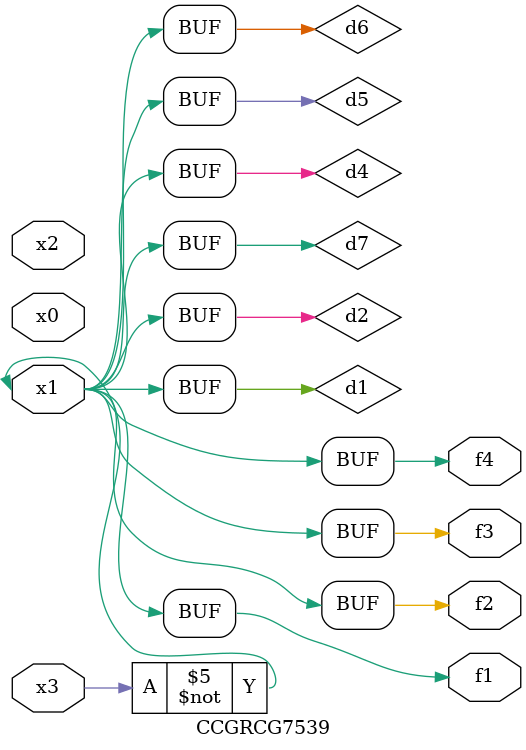
<source format=v>
module CCGRCG7539(
	input x0, x1, x2, x3,
	output f1, f2, f3, f4
);

	wire d1, d2, d3, d4, d5, d6, d7;

	not (d1, x3);
	buf (d2, x1);
	xnor (d3, d1, d2);
	nor (d4, d1);
	buf (d5, d1, d2);
	buf (d6, d4, d5);
	nand (d7, d4);
	assign f1 = d6;
	assign f2 = d7;
	assign f3 = d6;
	assign f4 = d6;
endmodule

</source>
